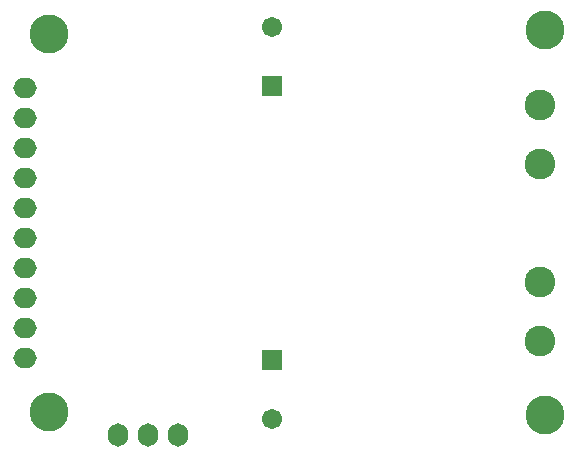
<source format=gbr>
G04 DipTrace 3.1.0.1*
G04 tas5806mROUTE.BottomMask.gbr*
%MOIN*%
G04 #@! TF.FileFunction,Soldermask,Bot*
G04 #@! TF.Part,Single*
%ADD34C,0.129921*%
%ADD47O,0.068031X0.078031*%
%ADD49C,0.10252*%
%ADD53O,0.078031X0.068031*%
%ADD61C,0.067087*%
%ADD63R,0.067087X0.067087*%
%FSLAX26Y26*%
G04*
G70*
G90*
G75*
G01*
G04 BotMask*
%LPD*%
D63*
X1295591Y1638110D3*
D61*
Y1834961D3*
D63*
Y724724D3*
D61*
Y527874D3*
D34*
X551496Y551496D3*
X2205039Y539685D3*
Y1823150D3*
X551496Y1811339D3*
D53*
X472756Y1531390D3*
Y1431390D3*
Y1631390D3*
Y1131417D3*
Y1031417D3*
Y1231417D3*
Y831417D3*
Y931417D3*
Y1331417D3*
Y731417D3*
D49*
X2189291Y1378268D3*
Y1575118D3*
Y787717D3*
Y984567D3*
D47*
X882205Y472756D3*
X982205D3*
X782205D3*
M02*

</source>
